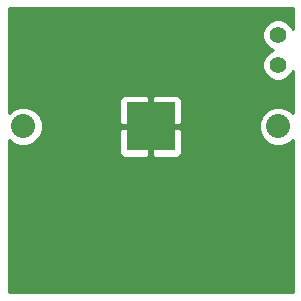
<source format=gbl>
G04 (created by PCBNEW (2013-05-31 BZR 4019)-stable) date 10/6/2013 10:31:21 PM*
%MOIN*%
G04 Gerber Fmt 3.4, Leading zero omitted, Abs format*
%FSLAX34Y34*%
G01*
G70*
G90*
G04 APERTURE LIST*
%ADD10C,0.00590551*%
%ADD11C,0.055*%
%ADD12R,0.16X0.16*%
%ADD13C,0.08*%
%ADD14C,0.035*%
%ADD15C,0.01*%
G04 APERTURE END LIST*
G54D10*
G54D11*
X33050Y-26350D03*
X33050Y-25350D03*
G54D12*
X28800Y-28400D03*
G54D13*
X24550Y-28400D03*
X33050Y-28400D03*
G54D14*
X31150Y-31800D03*
X26150Y-28250D03*
G54D10*
G36*
X33530Y-33930D02*
X29850Y-33930D01*
X29850Y-29150D01*
X29850Y-27649D01*
X29849Y-27550D01*
X29811Y-27458D01*
X29741Y-27387D01*
X29649Y-27349D01*
X28912Y-27350D01*
X28850Y-27412D01*
X28850Y-28350D01*
X29787Y-28350D01*
X29850Y-28287D01*
X29850Y-27649D01*
X29850Y-29150D01*
X29850Y-28512D01*
X29787Y-28450D01*
X28850Y-28450D01*
X28850Y-29387D01*
X28912Y-29450D01*
X29649Y-29450D01*
X29741Y-29412D01*
X29811Y-29341D01*
X29849Y-29249D01*
X29850Y-29150D01*
X29850Y-33930D01*
X28750Y-33930D01*
X28750Y-29387D01*
X28750Y-28450D01*
X28750Y-28350D01*
X28750Y-27412D01*
X28687Y-27350D01*
X27950Y-27349D01*
X27858Y-27387D01*
X27788Y-27458D01*
X27750Y-27550D01*
X27749Y-27649D01*
X27750Y-28287D01*
X27812Y-28350D01*
X28750Y-28350D01*
X28750Y-28450D01*
X27812Y-28450D01*
X27750Y-28512D01*
X27749Y-29150D01*
X27750Y-29249D01*
X27788Y-29341D01*
X27858Y-29412D01*
X27950Y-29450D01*
X28687Y-29450D01*
X28750Y-29387D01*
X28750Y-33930D01*
X25000Y-33930D01*
X24800Y-33930D01*
X24069Y-33930D01*
X24069Y-33800D01*
X24069Y-33400D01*
X24069Y-28838D01*
X24181Y-28950D01*
X24420Y-29049D01*
X24678Y-29050D01*
X24917Y-28951D01*
X25100Y-28768D01*
X25199Y-28529D01*
X25200Y-28271D01*
X25101Y-28032D01*
X24918Y-27849D01*
X24679Y-27750D01*
X24421Y-27749D01*
X24182Y-27848D01*
X24069Y-27961D01*
X24069Y-24469D01*
X33530Y-24469D01*
X33530Y-25137D01*
X33495Y-25053D01*
X33347Y-24905D01*
X33154Y-24825D01*
X32946Y-24824D01*
X32753Y-24904D01*
X32605Y-25052D01*
X32525Y-25245D01*
X32524Y-25453D01*
X32604Y-25647D01*
X32752Y-25794D01*
X32885Y-25850D01*
X32753Y-25904D01*
X32605Y-26052D01*
X32525Y-26245D01*
X32524Y-26453D01*
X32604Y-26647D01*
X32752Y-26794D01*
X32945Y-26874D01*
X33153Y-26875D01*
X33347Y-26795D01*
X33494Y-26647D01*
X33530Y-26562D01*
X33530Y-27961D01*
X33418Y-27849D01*
X33179Y-27750D01*
X32921Y-27749D01*
X32682Y-27848D01*
X32499Y-28031D01*
X32400Y-28270D01*
X32399Y-28528D01*
X32498Y-28767D01*
X32681Y-28950D01*
X32920Y-29049D01*
X33178Y-29050D01*
X33417Y-28951D01*
X33530Y-28838D01*
X33530Y-33930D01*
X33530Y-33930D01*
G37*
G54D15*
X33530Y-33930D02*
X29850Y-33930D01*
X29850Y-29150D01*
X29850Y-27649D01*
X29849Y-27550D01*
X29811Y-27458D01*
X29741Y-27387D01*
X29649Y-27349D01*
X28912Y-27350D01*
X28850Y-27412D01*
X28850Y-28350D01*
X29787Y-28350D01*
X29850Y-28287D01*
X29850Y-27649D01*
X29850Y-29150D01*
X29850Y-28512D01*
X29787Y-28450D01*
X28850Y-28450D01*
X28850Y-29387D01*
X28912Y-29450D01*
X29649Y-29450D01*
X29741Y-29412D01*
X29811Y-29341D01*
X29849Y-29249D01*
X29850Y-29150D01*
X29850Y-33930D01*
X28750Y-33930D01*
X28750Y-29387D01*
X28750Y-28450D01*
X28750Y-28350D01*
X28750Y-27412D01*
X28687Y-27350D01*
X27950Y-27349D01*
X27858Y-27387D01*
X27788Y-27458D01*
X27750Y-27550D01*
X27749Y-27649D01*
X27750Y-28287D01*
X27812Y-28350D01*
X28750Y-28350D01*
X28750Y-28450D01*
X27812Y-28450D01*
X27750Y-28512D01*
X27749Y-29150D01*
X27750Y-29249D01*
X27788Y-29341D01*
X27858Y-29412D01*
X27950Y-29450D01*
X28687Y-29450D01*
X28750Y-29387D01*
X28750Y-33930D01*
X25000Y-33930D01*
X24800Y-33930D01*
X24069Y-33930D01*
X24069Y-33800D01*
X24069Y-33400D01*
X24069Y-28838D01*
X24181Y-28950D01*
X24420Y-29049D01*
X24678Y-29050D01*
X24917Y-28951D01*
X25100Y-28768D01*
X25199Y-28529D01*
X25200Y-28271D01*
X25101Y-28032D01*
X24918Y-27849D01*
X24679Y-27750D01*
X24421Y-27749D01*
X24182Y-27848D01*
X24069Y-27961D01*
X24069Y-24469D01*
X33530Y-24469D01*
X33530Y-25137D01*
X33495Y-25053D01*
X33347Y-24905D01*
X33154Y-24825D01*
X32946Y-24824D01*
X32753Y-24904D01*
X32605Y-25052D01*
X32525Y-25245D01*
X32524Y-25453D01*
X32604Y-25647D01*
X32752Y-25794D01*
X32885Y-25850D01*
X32753Y-25904D01*
X32605Y-26052D01*
X32525Y-26245D01*
X32524Y-26453D01*
X32604Y-26647D01*
X32752Y-26794D01*
X32945Y-26874D01*
X33153Y-26875D01*
X33347Y-26795D01*
X33494Y-26647D01*
X33530Y-26562D01*
X33530Y-27961D01*
X33418Y-27849D01*
X33179Y-27750D01*
X32921Y-27749D01*
X32682Y-27848D01*
X32499Y-28031D01*
X32400Y-28270D01*
X32399Y-28528D01*
X32498Y-28767D01*
X32681Y-28950D01*
X32920Y-29049D01*
X33178Y-29050D01*
X33417Y-28951D01*
X33530Y-28838D01*
X33530Y-33930D01*
M02*

</source>
